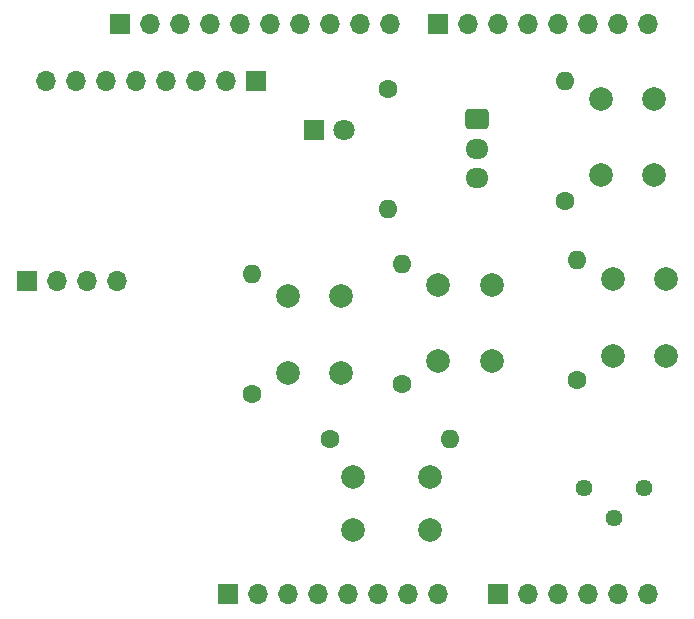
<source format=gbr>
%TF.GenerationSoftware,KiCad,Pcbnew,8.0.8*%
%TF.CreationDate,2025-02-03T13:38:40-07:00*%
%TF.ProjectId,Uno_Shield_ThermoProbe,556e6f5f-5368-4696-956c-645f54686572,rev?*%
%TF.SameCoordinates,Original*%
%TF.FileFunction,Soldermask,Bot*%
%TF.FilePolarity,Negative*%
%FSLAX46Y46*%
G04 Gerber Fmt 4.6, Leading zero omitted, Abs format (unit mm)*
G04 Created by KiCad (PCBNEW 8.0.8) date 2025-02-03 13:38:40*
%MOMM*%
%LPD*%
G01*
G04 APERTURE LIST*
G04 Aperture macros list*
%AMRoundRect*
0 Rectangle with rounded corners*
0 $1 Rounding radius*
0 $2 $3 $4 $5 $6 $7 $8 $9 X,Y pos of 4 corners*
0 Add a 4 corners polygon primitive as box body*
4,1,4,$2,$3,$4,$5,$6,$7,$8,$9,$2,$3,0*
0 Add four circle primitives for the rounded corners*
1,1,$1+$1,$2,$3*
1,1,$1+$1,$4,$5*
1,1,$1+$1,$6,$7*
1,1,$1+$1,$8,$9*
0 Add four rect primitives between the rounded corners*
20,1,$1+$1,$2,$3,$4,$5,0*
20,1,$1+$1,$4,$5,$6,$7,0*
20,1,$1+$1,$6,$7,$8,$9,0*
20,1,$1+$1,$8,$9,$2,$3,0*%
G04 Aperture macros list end*
%ADD10C,2.000000*%
%ADD11C,1.440000*%
%ADD12O,1.600000X1.600000*%
%ADD13C,1.600000*%
%ADD14R,1.700000X1.700000*%
%ADD15O,1.700000X1.700000*%
%ADD16RoundRect,0.250000X-0.725000X0.600000X-0.725000X-0.600000X0.725000X-0.600000X0.725000X0.600000X0*%
%ADD17O,1.950000X1.700000*%
%ADD18R,1.800000X1.800000*%
%ADD19C,1.800000*%
G04 APERTURE END LIST*
D10*
%TO.C,SW5*%
X133000000Y-78750000D03*
X133000000Y-72250000D03*
X137500000Y-78750000D03*
X137500000Y-72250000D03*
%TD*%
%TO.C,SW4*%
X138500000Y-87500000D03*
X145000000Y-87500000D03*
X138500000Y-92000000D03*
X145000000Y-92000000D03*
%TD*%
%TO.C,SW3*%
X145750000Y-77750000D03*
X145750000Y-71250000D03*
X150250000Y-77750000D03*
X150250000Y-71250000D03*
%TD*%
%TO.C,SW2*%
X164000000Y-55500000D03*
X164000000Y-62000000D03*
X159500000Y-55500000D03*
X159500000Y-62000000D03*
%TD*%
%TO.C,SW1*%
X165000000Y-70750000D03*
X165000000Y-77250000D03*
X160500000Y-70750000D03*
X160500000Y-77250000D03*
%TD*%
D11*
%TO.C,RV1*%
X158080000Y-88460000D03*
X160620000Y-91000000D03*
X163160000Y-88460000D03*
%TD*%
D12*
%TO.C,R6*%
X130000000Y-70340000D03*
D13*
X130000000Y-80500000D03*
%TD*%
%TO.C,R5*%
X136530000Y-84360000D03*
D12*
X146690000Y-84360000D03*
%TD*%
D13*
%TO.C,R4*%
X142660000Y-79640000D03*
D12*
X142660000Y-69480000D03*
%TD*%
%TO.C,R3*%
X156500000Y-54000000D03*
D13*
X156500000Y-64160000D03*
%TD*%
D12*
%TO.C,R2*%
X157500000Y-69170000D03*
D13*
X157500000Y-79330000D03*
%TD*%
%TO.C,R1*%
X141500000Y-54670000D03*
D12*
X141500000Y-64830000D03*
%TD*%
D14*
%TO.C,J7*%
X110880000Y-70900000D03*
D15*
X113420000Y-70900000D03*
X115960000Y-70900000D03*
X118500000Y-70900000D03*
%TD*%
D16*
%TO.C,J5*%
X149000000Y-57250000D03*
D17*
X149000000Y-59750000D03*
X149000000Y-62250000D03*
%TD*%
D18*
%TO.C,D1*%
X135225000Y-58170000D03*
D19*
X137765000Y-58170000D03*
%TD*%
D14*
%TO.C,J1*%
X127940000Y-97460000D03*
D15*
X130480000Y-97460000D03*
X133020000Y-97460000D03*
X135560000Y-97460000D03*
X138100000Y-97460000D03*
X140640000Y-97460000D03*
X143180000Y-97460000D03*
X145720000Y-97460000D03*
%TD*%
D14*
%TO.C,J3*%
X150800000Y-97460000D03*
D15*
X153340000Y-97460000D03*
X155880000Y-97460000D03*
X158420000Y-97460000D03*
X160960000Y-97460000D03*
X163500000Y-97460000D03*
%TD*%
%TO.C,J2*%
X141656000Y-49200000D03*
X139116000Y-49200000D03*
X136576000Y-49200000D03*
X134036000Y-49200000D03*
X131496000Y-49200000D03*
X128956000Y-49200000D03*
X126416000Y-49200000D03*
X123876000Y-49200000D03*
X121336000Y-49200000D03*
D14*
X118796000Y-49200000D03*
%TD*%
D15*
%TO.C,J4*%
X163500000Y-49200000D03*
X160960000Y-49200000D03*
X158420000Y-49200000D03*
X155880000Y-49200000D03*
X153340000Y-49200000D03*
X150800000Y-49200000D03*
X148260000Y-49200000D03*
D14*
X145720000Y-49200000D03*
%TD*%
%TO.C,J6*%
X130290000Y-54025000D03*
D15*
X127750000Y-54025000D03*
X125210000Y-54025000D03*
X122670000Y-54025000D03*
X120130000Y-54025000D03*
X117590000Y-54025000D03*
X115050000Y-54025000D03*
X112510000Y-54025000D03*
%TD*%
M02*

</source>
